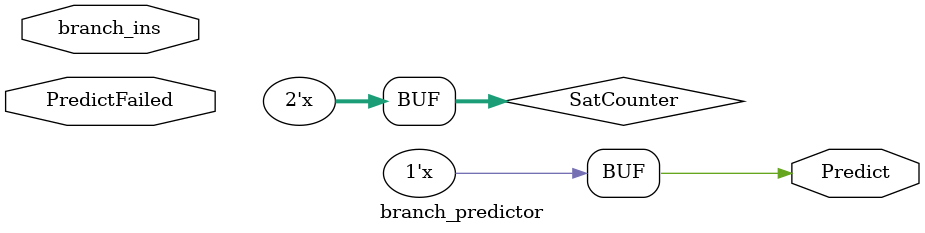
<source format=v>
`timescale 1ns / 1ps

module branch_predictor(
input PredictFailed, branch_ins,
output Predict
    );
    
reg [1:0] SatCounter = 2'b10;   //{00:N, 01:n, 10:t, 11:T}
assign Predict = SatCounter[1];

always @(*) begin
    if(branch_ins) begin
        if(!PredictFailed && SatCounter != 'd3) begin
            SatCounter = SatCounter + 'd1;
        end
        else if(PredictFailed && SatCounter != 'd0) begin
            SatCounter = SatCounter - 'd1;
        end
        else begin
            SatCounter = SatCounter;
        end
    end
    else begin
        SatCounter = SatCounter;
    end
end


endmodule

</source>
